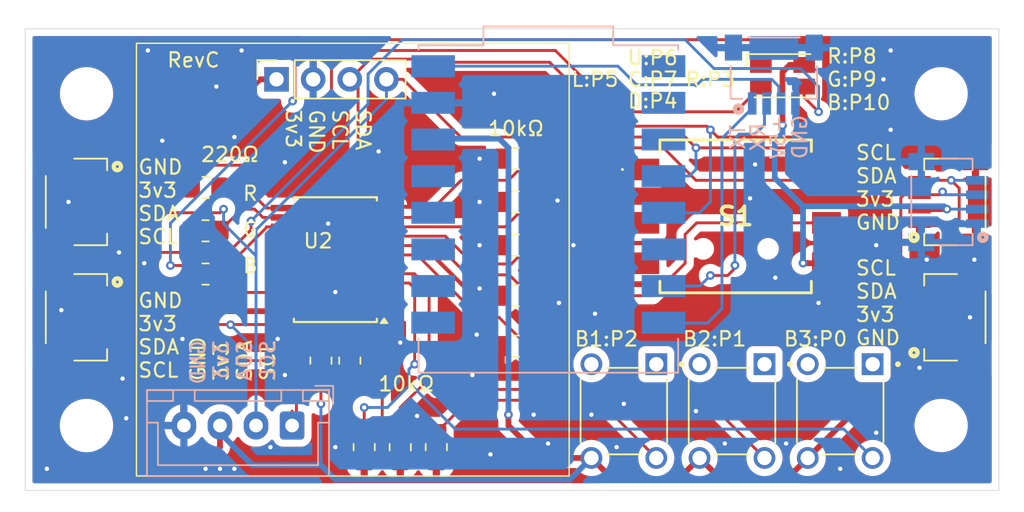
<source format=kicad_pcb>
(kicad_pcb (version 20240108) (generator "pcbnew") (generator_version "8.0")
  (layers (0 "F.Cu" signal) (31 "B.Cu" signal) (34 "B.Paste" user) (35 "F.Paste" user) (36 "B.SilkS" user "B.Silkscreen") (37 "F.SilkS" user "F.Silkscreen") (38 "B.Mask" user) (39 "F.Mask" user) (44 "Edge.Cuts" user))
  (net 0 "")
  (net 1 "GND")
  (net 2 "+3V3")
  (net 3 "/BU")
  (net 4 "/BD")
  (net 5 "/BL")
  (net 6 "/BC")
  (net 7 "/BR")
  (net 8 "/SCL")
  (net 9 "/SDA")
  (net 19 "/G")
  (net 20 "/R")
  (net 21 "/B")
  (net 22 "/B2")
  (net 23 "/B3")
  (net 24 "/B1")
  (net 31 "Net-(D1-GK)")
  (net 32 "Net-(D1-RK)")
  (net 33 "Net-(D1-A)")
  (net 34 "/RX")
  (net 35 "/+5V")
  (net 36 "/TX")
  (footprint "Resistor_SMD:R_0805_2012Metric_Pad1.20x1.40mm_HandSolder" (layer "F.Cu") (at 70.5 73 90)
    (property "Reference" "R13" (hide yes))
    (property "Value" "R_US" (hide yes))
  )
  (footprint "MountingHole:MountingHole_3.2mm_M3" (layer "F.Cu") (at 113.5 77.5)
    (property "Reference" "H4" (hide yes))
    (property "Value" "MountingHole" (hide yes))
  )
  (footprint "Resistor_SMD:R_0805_2012Metric_Pad1.20x1.40mm_HandSolder" (layer "F.Cu") (at 62.5 67)
    (property "Reference" "R11" (hide yes))
    (property "Value" "R_US" (hide yes))
  )
  (footprint "SM04B-SRSS-TB_LF__SN_:JST_SM04B-SRSS-TB_LF__SN_" (layer "F.Cu") (at 112 62 90)
    (property "Reference" "J3" (hide yes))
    (property "Value" "SM04B-SRSS-TB_LF__SN_" (hide yes))
  )
  (footprint "Resistor_SMD:R_0805_2012Metric_Pad1.20x1.40mm_HandSolder" (layer "F.Cu") (at 62.5 61)
    (property "Reference" "R9" (hide yes))
    (property "Value" "R_US" (hide yes))
  )
  (footprint "TS02-66-95-BK-260-LCR-D:SW_TS02-66-95-BK-260-LCR-D" (layer "F.Cu") (at 91.5 76.5 -90)
    (property "Reference" "B1" (hide yes))
    (property "Value" "TS02-66-95-BK-260-LCR-D" (hide yes))
  )
  (footprint "Resistor_SMD:R_0805_2012Metric_Pad1.20x1.40mm_HandSolder" (layer "F.Cu") (at 78.5 79 -90)
    (property "Reference" "R1" (hide yes))
    (property "Value" "R_US" (hide yes))
  )
  (footprint "Resistor_SMD:R_0805_2012Metric_Pad1.20x1.40mm_HandSolder" (layer "F.Cu") (at 72.5 73 90)
    (property "Reference" "R12" (hide yes))
    (property "Value" "R_US" (hide yes))
  )
  (footprint "LED_SMD:LED_Avago_PLCC4_3.2x2.8mm_CW" (layer "F.Cu") (at 102.5 53.25)
    (property "Reference" "D1" (hide yes))
    (property "Value" "ASMB-MTB0-0A3A2" (hide yes))
  )
  (footprint "Package_SO:SSOP-24_5.3x8.2mm_P0.65mm" (layer "F.Cu") (at 71.5 66 180)
    (property "Reference" "U2")
    (property "Value" "PCF8575DBR")
  )
  (footprint "Resistor_SMD:R_0805_2012Metric_Pad1.20x1.40mm_HandSolder" (layer "F.Cu") (at 73.5 79 -90)
    (property "Reference" "R8" (hide yes))
    (property "Value" "R_US" (hide yes))
  )
  (footprint "TS02-66-95-BK-260-LCR-D:SW_TS02-66-95-BK-260-LCR-D" (layer "F.Cu") (at 99 76.5 -90)
    (property "Reference" "B2" (hide yes))
    (property "Value" "TS02-66-95-BK-260-LCR-D" (hide yes))
  )
  (footprint "Resistor_SMD:R_0805_2012Metric_Pad1.20x1.40mm_HandSolder" (layer "F.Cu") (at 76 79 90)
    (property "Reference" "R7" (hide yes))
    (property "Value" "R_US" (hide yes))
  )
  (footprint "Resistor_SMD:R_0805_2012Metric_Pad1.20x1.40mm_HandSolder" (layer "F.Cu") (at 84 65)
    (property "Reference" "R3" (hide yes))
    (property "Value" "R_US" (hide yes))
  )
  (footprint "Resistor_SMD:R_0805_2012Metric_Pad1.20x1.40mm_HandSolder" (layer "F.Cu") (at 84 68.5)
    (property "Reference" "R4" (hide yes))
    (property "Value" "R_US" (hide yes))
  )
  (footprint "SM04B-SRSS-TB_LF__SN_:JST_SM04B-SRSS-TB_LF__SN_" (layer "F.Cu") (at 56 70 -90)
    (property "Reference" "J8" (hide yes))
    (property "Value" "SM04B-SRSS-TB_LF__SN_" (hide yes))
  )
  (footprint "Personal Kicad Library:MUAS90R" (layer "F.Cu") (at 99.25 63)
    (property "Reference" "S1")
    (property "Value" "MU-AS90R" (hide yes))
  )
  (footprint "MountingHole:MountingHole_3.2mm_M3" (layer "F.Cu") (at 113.5 54.5)
    (property "Reference" "H2" (hide yes))
    (property "Value" "MountingHole" (hide yes))
  )
  (footprint "SM04B-SRSS-TB_LF__SN_:JST_SM04B-SRSS-TB_LF__SN_" (layer "F.Cu") (at 112 70 90)
    (property "Reference" "J4" (hide yes))
    (property "Value" "SM04B-SRSS-TB_LF__SN_" (hide yes))
  )
  (footprint "Connector_PinSocket_2.54mm:PinSocket_1x04_P2.54mm_Vertical" (layer "F.Cu") (at 67.42 53.5 90)
    (property "Reference" "J7" (hide yes))
    (property "Value" "Conn_01x04_Pin" (hide yes))
  )
  (footprint "Resistor_SMD:R_0805_2012Metric_Pad1.20x1.40mm_HandSolder" (layer "F.Cu") (at 84 72 180)
    (property "Reference" "R6" (hide yes))
    (property "Value" "R_US" (hide yes))
  )
  (footprint "Resistor_SMD:R_0805_2012Metric_Pad1.20x1.40mm_HandSolder" (layer "F.Cu") (at 62.5 64)
    (property "Reference" "R10" (hide yes))
    (property "Value" "R_US" (hide yes))
  )
  (footprint "MountingHole:MountingHole_3.2mm_M3" (layer "F.Cu") (at 54.25 54.5)
    (property "Reference" "H1" (hide yes))
    (property "Value" "MountingHole" (hide yes))
  )
  (footprint "Resistor_SMD:R_0805_2012Metric_Pad1.20x1.40mm_HandSolder" (layer "F.Cu") (at 84 62)
    (property "Reference" "R2" (hide yes))
    (property "Value" "R_US" (hide yes))
  )
  (footprint "TS02-66-95-BK-260-LCR-D:SW_TS02-66-95-BK-260-LCR-D" (layer "F.Cu") (at 106.5 76.5 -90)
    (property "Reference" "B3" (hide yes))
    (property "Value" "TS02-66-95-BK-260-LCR-D" (hide yes))
  )
  (footprint "SM04B-SRSS-TB_LF__SN_:JST_SM04B-SRSS-TB_LF__SN_" (layer "F.Cu") (at 56 62 -90)
    (property "Reference" "J1" (hide yes))
    (property "Value" "SM04B-SRSS-TB_LF__SN_" (hide yes))
  )
  (footprint "MountingHole:MountingHole_3.2mm_M3" (layer "F.Cu") (at 54.25 77.5)
    (property "Reference" "H3" (hide yes))
    (property "Value" "MountingHole" (hide yes))
  )
  (footprint "Resistor_SMD:R_0805_2012Metric_Pad1.20x1.40mm_HandSolder" (layer "F.Cu") (at 84 59 180)
    (property "Reference" "R5" (hide yes))
    (property "Value" "R_US" (hide yes))
  )
  (footprint "Connector_JST:JST_XH_B4B-XH-A_1x04_P2.50mm_Vertical" (layer "B.Cu") (at 68.5 77.5 180)
    (property "Reference" "J2" (hide yes))
    (property "Value" "Conn_01x04_Pin" (hide yes))
  )
  (footprint "ESP32-C3_SUPERMINI_SMD:MODULE_ESP32-C3_SUPERMINI" (layer "B.Cu") (at 86.265 62.49 180)
    (property "Reference" "U3" (hide yes))
    (property "Value" "ESP32-C3_SUPERMINI_SMD" (hide yes))
  )
  (footprint "SM04B-SRSS-TB_LF__SN_:JST_SM04B-SRSS-TB_LF__SN_" (layer "B.Cu") (at 101.9 55.175)
    (property "Reference" "J6" (hide yes))
    (property "Value" "SM04B-SRSS-TB_LF__SN_" (hide yes))
  )
  (footprint "SM04B-SRSS-TB_LF__SN_:JST_SM04B-SRSS-TB_LF__SN_" (layer "B.Cu") (at 116 62 90)
    (property "Reference" "J5" (hide yes))
    (property "Value" "SM04B-SRSS-TB_LF__SN_" (hide yes))
  )
  (gr_rect (start 57.71 51) (end 87.71 81) (stroke (width 0.1)) (fill none) (layer "F.SilkS"))
  (gr_rect (start 50 50) (end 117.5 82) (stroke (width 0.05)) (fill none) (layer "Edge.Cuts"))
  (gr_text "GND" (at 103.7 57.5 90) (layer "B.SilkS") (effects (font (size 1 1)) (justify mirror)))
  (gr_text "RX" (at 100.8 57.5 90) (layer "B.SilkS") (effects (font (size 1 1)) (justify mirror)))
  (gr_text "+5V" (at 102.2 57.5 90) (layer "B.SilkS") (effects (font (size 1 1)) (justify mirror)))
  (gr_text "GND\n3v3\nSDA\nSCL\n\n" (at 69 71.5 90) (layer "B.SilkS") (effects (font (size 1 1)) (justify left bottom mirror)))
  (gr_text "TX" (at 99.4 57.5 90) (layer "B.SilkS") (effects (font (size 1 1)) (justify mirror)))
  (gr_text "10kΩ" (at 82 57.5 0) (layer "F.SilkS") (effects (font (size 1 1)) (justify left bottom)))
  (gr_text "GND\n3v3\nSDA\nSCL" (at 57.75 65 0) (layer "F.SilkS") (effects (font (size 1 1)) (justify left bottom)))
  (gr_text "B1:P2" (at 88 71.5 0) (layer "F.SilkS") (effects (font (size 1 1)) (justify left)))
  (gr_text "B3:P0" (at 102.5 71.5 0) (layer "F.SilkS") (effects (font (size 1 1)) (justify left)))
  (gr_text "B2:P1" (at 95.5 71.5 0) (layer "F.SilkS") (effects (font (size 1 1)) (justify left)))
  (gr_text "G" (at 65 64.5 0) (layer "F.SilkS") (effects (font (size 1 1)) (justify left bottom)))
  (gr_text "U:P6" (at 93.5 52 0) (layer "F.SilkS") (effects (font (size 1 1))))
  (gr_text "RevC" (at 59.75 52.75 0) (layer "F.SilkS") (effects (font (size 1 1)) (justify left bottom)))
  (gr_text "L:P5" (at 89.5 53.5 0) (layer "F.SilkS") (effects (font (size 1 1))))
  (gr_text "GND\n3v3\nSDA\nSCL" (at 57.75 74.25 0) (layer "F.SilkS") (effects (font (size 1 1)) (justify left bottom)))
  (gr_text "10kΩ" (at 74.4 75.2 0) (layer "F.SilkS") (effects (font (size 1 1)) (justify left bottom)))
  (gr_text "SCL\nSDA\n3v3\nGND" (at 107.5 64 0) (layer "F.SilkS") (effects (font (size 1 1)) (justify left bottom)))
  (gr_text "D:P4" (at 93.5 55 0) (layer "F.SilkS") (effects (font (size 1 1))))
  (gr_text "220Ω" (at 62.1 59.3 0) (layer "F.SilkS") (effects (font (size 1 1)) (justify left bottom)))
  (gr_text "R:P8\nG:P9\nB:P10" (at 105.5 53.5 0) (layer "F.SilkS") (effects (font (size 1 1)) (justify left)))
  (gr_text "R:P3" (at 97.5 53.5 0) (layer "F.SilkS") (effects (font (size 1 1))))
  (gr_text "C:P7" (at 93.5 53.5 0) (layer "F.SilkS") (effects (font (size 1 1))))
  (gr_text "SCL\nSDA\n3v3\nGND" (at 107.5 72 0) (layer "F.SilkS") (effects (font (size 1 1)) (justify left bottom)))
  (gr_text "GND\n3v3\nSDA\nSCL\n\n" (at 69 74.5 90) (layer "F.SilkS") (effects (font (size 1 1)) (justify left bottom)))
  (gr_text "B" (at 65 67 0) (layer "F.SilkS") (effects (font (size 1 1)) (justify left bottom)))
  (gr_text "R" (at 65 62 0) (layer "F.SilkS") (effects (font (size 1 1)) (justify left bottom)))
  (gr_text "SDA\nSCL\nGND\n3v3" (at 68 55.5 270) (layer "F.SilkS") (effects (font (size 1 1)) (justify left bottom)))
  (segment (start 115.875 67.2) (end 115.875 66.075) (width 0.2) (layer "F.Cu") (net 1))
  (segment (start 82 68.5) (end 81.5 68) (width 0.2) (layer "F.Cu") (net 1))
  (segment (start 115.875 64.8) (end 115.875 65.925) (width 0.2) (layer "F.Cu") (net 1))
  (segment (start 83 68.5) (end 82 68.5) (width 0.2) (layer "F.Cu") (net 1))
  (segment (start 115.875 65.925) (end 115.8 66) (width 0.2) (layer "F.Cu") (net 1))
  (segment (start 115.875 66.075) (end 115.8 66) (width 0.2) (layer "F.Cu") (net 1))
  (via (at 110 51.5) (size 0.6) (drill 0.3) (layers "F.Cu" "B.Cu") (net 1))
  (via (at 58.25 66.25) (size 0.6) (drill 0.3) (layers "F.Cu" "B.Cu") (net 1))
  (via (at 109.5 53.5) (size 0.6) (drill 0.3) (layers "F.Cu" "B.Cu") (net 1))
  (via (at 58.5 51.5) (size 0.6) (drill 0.3) (layers "F.Cu" "B.Cu") (net 1))
  (via (at 98.5 78.75) (size 0.6) (drill 0.3) (layers "F.Cu" "B.Cu") (net 1))
  (via (at 68 59.25) (size 0.6) (drill 0.3) (layers "F.Cu" "B.Cu") (net 1))
  (via (at 109 65) (size 0.6) (drill 0.3) (layers "F.Cu" "B.Cu") (net 1))
  (via (at 81.5 59) (size 0.6) (drill 0.3) (layers "F.Cu" "B.Cu") (net 1))
  (via (at 110 57) (size 0.6) (drill 0.3) (layers "F.Cu" "B.Cu") (net 1))
  (via (at 64.5 57.5) (size 0.6) (drill 0.3) (layers "F.Cu" "B.Cu") (net 1))
  (via (at 60.9 71.5) (size 0.6) (drill 0.3) (layers "F.Cu" "B.Cu") (net 1))
  (via (at 81.5 62) (size 0.6) (drill 0.3) (layers "F.Cu" "B.Cu") (net 1))
  (via (at 89.5 69.75) (size 0.6) (drill 0.3) (layers "F.Cu" "B.Cu") (net 1))
  (via (at 52.5 69.5) (size 0.6) (drill 0.3) (layers "F.Cu" "B.Cu") (net 1))
  (via (at 115.5 70) (size 0.6) (drill 0.3) (layers "F.Cu" "B.Cu") (net 1))
  (via (at 63.25 54) (size 0.6) (drill 0.3) (layers "F.Cu" "B.Cu") (net 1))
  (via (at 86.9 61.9) (size 0.6) (drill 0.3) (layers "F.Cu" "B.Cu") (net 1))
  (via (at 102 67.25) (size 0.6) (drill 0.3) (layers "F.Cu" "B.Cu") (net 1))
  (via (at 67.5 71.5) (size 0.6) (drill 0.3) (layers "F.Cu" "B.Cu") (net 1))
  (via (at 81.5 68) (size 0.6) (drill 0.3) (layers "F.Cu" "B.Cu") (net 1))
  (via (at 71.5 68.25) (size 0.6) (drill 0.3) (layers "F.Cu" "B.Cu") (net 1))
  (via (at 112.5 66) (size 0.6) (drill 0.3) (layers "F.Cu" "B.Cu") (net 1))
  (via (at 82.5 54.5) (size 0.6) (drill 0.3) (layers "F.Cu" "B.Cu") (net 1))
  (via (at 56.5 65.5) (size 0.6) (drill 0.3) (layers "F.Cu" "B.Cu") (net 1))
  (via (at 67 79) (size 0.6) (drill 0.3) (layers "F.Cu" "B.Cu") (net 1))
  (via (at 91 79) (size 0.6) (drill 0.3) (layers "F.Cu" "B.Cu") (net 1))
  (via (at 102.75 78.75) (size 0.6) (drill 0.3) (layers "F.Cu" "B.Cu") (net 1))
  (via (at 91.5 76) (size 0.6) (drill 0.3) (layers "F.Cu" "B.Cu") (net 1))
  (via (at 64.5 80.5) (size 0.6) (drill 0.3) (layers "F.Cu" "B.Cu") (net 1))
  (via (at 89.25 76.75) (size 0.6) (drill 0.3) (layers "F.Cu" "B.Cu") (net 1))
  (via (at 106.5 80.5) (size 0.6) (drill 0.3) (layers "F.Cu" "B.Cu") (net 1))
  (via (at 53 62) (size 0.6) (drill 0.3) (layers "F.Cu" "B.Cu") (net 1))
  (via (at 96.5 76.5) (size 0.6) (drill 0.3) (layers "F.Cu" "B.Cu") (net 1))
  (via (at 81.5 65) (size 0.6) (drill 0.3) (layers "F.Cu" "B.Cu") (net 1))
  (via (at 71.5 79) (size 0.6) (drill 0.3) (layers "F.Cu" "B.Cu") (net 1))
  (via (at 112 73.5) (size 0.6) (drill 0.3) (layers "F.Cu" "B.Cu") (net 1))
  (via (at 85.25 76.75) (size 0.6) (drill 0.3) (layers "F.Cu" "B.Cu") (net 1))
  (via (at 68 74) (size 0.6) (drill 0.3) (layers "F.Cu" "B.Cu") (net 1))
  (via (at 86.25 78.75) (size 0.6) (drill 0.3) (layers "F.Cu" "B.Cu") (net 1))
  (via (at 82.25 79.5) (size 0.6) (drill 0.3) (layers "F.Cu" "B.Cu") (net 1))
  (via (at 76 71.75) (size 0.6) (drill 0.3) (layers "F.Cu" "B.Cu") (net 1))
  (via (at 100.25 61.75) (size 0.6) (drill 0.3) (layers "F.Cu" "B.Cu") (net 1))
  (via (at 57 77) (size 0.6) (drill 0.3) (layers "F.Cu" "B.Cu") (net 1))
  (via (at 100.6 59.4) (size 0.6) (drill 0.3) (layers "F.Cu" "B.Cu") (net 1))
  (via (at 115.8 66) (size 0.6) (drill 0.3) (layers "F.Cu" "B.Cu") (net 1))
  (via (at 74.5 58.5) (size 0.6) (drill 0.3) (layers "F.Cu" "B.Cu") (net 1))
  (via (at 81 74) (size 0.6) (drill 0.3) (layers "F.Cu" "B.Cu") (net 1))
  (via (at 87 69) (size 0.6) (drill 0.3) (layers "F.Cu" "B.Cu") (net 1))
  (via (at 109 78) (size 0.6) (drill 0.3) (layers "F.Cu" "B.Cu") (net 1))
  (via (at 62.5 80.5) (size 0.6) (drill 0.3) (layers "F.Cu" "B.Cu") (net 1))
  (via (at 56.75 74.25) (size 0.6) (drill 0.3) (layers "F.Cu" "B.Cu") (net 1))
  (via (at 71 63.5) (size 0.6) (drill 0.3) (layers "F.Cu" "B.Cu") (net 1))
  (via (at 105 69) (size 0.6) (drill 0.3) (layers "F.Cu" "B.Cu") (net 1))
  (via (at 81.3 71.2) (size 0.6) (drill 0.3) (layers "F.Cu" "B.Cu") (net 1))
  (via (at 63.5 80.5) (size 0.6) (drill 0.3) (layers "F.Cu" "B.Cu") (net 1))
  (via (at 51.5 80.5) (size 0.6) (drill 0.3) (layers "F.Cu" "B.Cu") (net 1))
  (via (at 59.5 57.75) (size 0.6) (drill 0.3) (layers "F.Cu" "B.Cu") (net 1))
  (via (at 88 65) (size 0.6) (drill 0.3) (layers "F.Cu" "B.Cu") (net 1))
  (via (at 65 51.5) (size 0.6) (drill 0.3) (layers "F.Cu" "B.Cu") (net 1))
  (via (at 77.164789 76.838291) (size 0.6) (drill 0.3) (layers "F.Cu" "B.Cu") (net 1))
  (segment (start 116 63.5) (end 116 64.7) (width 0.2) (layer "B.Cu") (net 1))
  (segment (start 116 64.7) (end 115.9 64.8) (width 0.2) (layer "B.Cu") (net 1))
  (segment (start 85.75 79.75) (end 89.25 79.75) (width 0.4) (layer "F.Cu") (net 2))
  (segment (start 60.6209 79.6593) (end 53.3319 79.6593) (width 0.4) (layer "F.Cu") (net 2))
  (segment (start 105.55 66.25) (end 109.8 70.5) (width 0.4) (layer "F.Cu") (net 2))
  (segment (start 62.8407 79.6593) (end 60.6209 79.6593) (width 0.4) (layer "F.Cu") (net 2))
  (segment (start 107 71) (end 107.5 70.5) (width 0.4) (layer "F.Cu") (net 2))
  (segment (start 102.5 53) (end 103 52.5) (width 0.4) (layer "F.Cu") (net 2))
  (segment (start 63.5 79) (end 62.8407 79.6593) (width 0.4) (layer "F.Cu") (net 2))
  (segment (start 90.75 81.25) (end 89.25 79.75) (width 0.4) (layer "F.Cu") (net 2))
  (segment (start 72.5 74) (end 70.5 74) (width 0.2) (layer "F.Cu") (net 2))
  (segment (start 102.75 81.25) (end 98.25 81.25) (width 0.4) (layer "F.Cu") (net 2))
  (segment (start 53.9186 70.5047) (end 54.9233 69.5) (width 0.4) (layer "F.Cu") (net 2))
  (segment (start 56 69.5) (end 54.9233 69.5) (width 0.4) (layer "F.Cu") (net 2))
  (segment (start 83.5 76.75) (end 83.5 77.5) (width 0.4) (layer "F.Cu") (net 2))
  (segment (start 109.8 70.5) (end 112 70.5) (width 0.4) (layer "F.Cu") (net 2))
  (segment (start 96.75 79.75) (end 95.25 81.25) (width 0.4) (layer "F.Cu") (net 2))
  (segment (start 102.5 56.7) (end 102.5 53) (width 0.4) (layer "F.Cu") (net 2))
  (segment (start 103 52.5) (end 104 52.5) (width 0.4) (layer "F.Cu") (net 2))
  (segment (start 57.575 69.575) (end 67.9 69.575) (width 0.4) (layer "F.Cu") (net 2))
  (segment (start 107 77) (end 107 71) (width 0.4) (layer "F.Cu") (net 2))
  (segment (start 52.0938 75.7961) (end 53.9186 73.9713) (width 0.4) (layer "F.Cu") (net 2))
  (segment (start 53.3319 79.6593) (end 52.0938 78.4212) (width 0.4) (layer "F.Cu") (net 2))
  (segment (start 52.0938 78.4212) (end 52.0938 75.7961) (width 0.4) (layer "F.Cu") (net 2))
  (segment (start 66.2683 53.5) (end 58.2683 61.5) (width 0.4) (layer "F.Cu") (net 2))
  (segment (start 67.42 53.5) (end 66.2683 53.5) (width 0.4) (layer "F.Cu") (net 2))
  (segment (start 53.9186 73.9713) (end 53.9186 70.5047) (width 0.4) (layer "F.Cu") (net 2))
  (segment (start 98.25 81.25) (end 96.75 79.75) (width 0.4) (layer "F.Cu") (net 2))
  (segment (start 57.5 69.5) (end 57.575 69.575) (width 0.4) (layer "F.Cu") (net 2))
  (segment (start 70.5 74) (end 70.5 76) (width 0.2) (layer "F.Cu") (net 2))
  (segment (start 63.5 77.5) (end 63.5 79) (width 0.4) (layer "F.Cu") (net 2))
  (segment (start 104.25 79.75) (end 102.75 81.25) (width 0.4) (layer "F.Cu") (net 2))
  (segment (start 56 69.5) (end 57.5 69.5) (width 0.4) (layer "F.Cu") (net 2))
  (segment (start 103.9236 66.2397) (end 104.238 66.2397) (width 0.4) (layer "F.Cu") (net 2))
  (segment (start 107 77) (end 104.25 79.75) (width 0.4) (layer "F.Cu") (net 2))
  (segment (start 104.238 66.2397) (end 104.2483 66.25) (width 0.4) (layer "F.Cu") (net 2))
  (segment (start 58.2683 61.5) (end 56 61.5) (width 0.4) (layer "F.Cu") (net 2))
  (segment (start 95.25 81.25) (end 90.75 81.25) (width 0.4) (layer "F.Cu") (net 2))
  (segment (start 113.9 62.5) (end 112 62.5) (width 0.4) (layer "F.Cu") (net 2))
  (segment (start 83.5 77.5) (end 85.75 79.75) (width 0.4) (layer "F.Cu") (net 2))
  (segment (start 54.5 61.5) (end 56 61.5) (width 0.4) (layer "F.Cu") (net 2))
  (segment (start 54.5 69.0767) (end 54.5 61.5) (width 0.4) (layer "F.Cu") (net 2))
  (segment (start 107.5 70.5) (end 112 70.5) (width 0.4) (layer "F.Cu") (net 2))
  (segment (start 105.55 66.25) (end 104.2483 66.25) (width 0.4) (layer "F.Cu") (net 2))
  (segment (start 54.9233 69.5) (end 54.5 69.0767) (width 0.4) (layer "F.Cu") (net 2))
  (via (at 103.9236 66.2397) (size 0.6) (drill 0.3) (layers "F.Cu" "B.Cu") (net 2))
  (via (at 83.5 76.75) (size 0.6) (drill 0.3) (layers "F.Cu" "B.Cu") (net 2))
  (via (at 70.5 76) (size 0.6) (drill 0.3) (layers "F.Cu" "B.Cu") (net 2))
  (via (at 113.9 62.5) (size 0.6) (drill 0.3) (layers "F.Cu" "B.Cu") (net 2))
  (via (at 102.5 56.7) (size 0.6) (drill 0.3) (layers "F.Cu" "B.Cu") (net 2))
  (segment (start 82.864284 57.614284) (end 78.75 57.614284) (width 0.4) (layer "B.Cu") (net 2))
  (segment (start 70.5 80.25) (end 71.5 81.25) (width 0.4) (layer "B.Cu") (net 2))
  (segment (start 101.9649 60.3413) (end 103.9236 62.3) (width 0.4) (layer "B.Cu") (net 2))
  (segment (start 103.9236 66.2397) (end 103.9236 62.3) (width 0.4) (layer "B.Cu") (net 2))
  (segment (start 68 80.25) (end 65.75 80.25) (width 0.4) (layer "B.Cu") (net 2))
  (segment (start 113.9 62.5) (end 116 62.5) (width 0.2) (layer "B.Cu") (net 2))
  (segment (start 70.5 76) (end 70.5 80.25) (width 0.2) (layer "B.Cu") (net 2))
  (segment (start 113.9 62.5) (end 113.7 62.3) (width 0.4) (layer "B.Cu") (net 2))
  (segment (start 71.5 81.25) (end 87.75 81.25) (width 0.4) (layer "B.Cu") (net 2))
  (segment (start 102.5 56.7) (end 102.5 57.25) (width 0.4) (layer "B.Cu") (net 2))
  (segment (start 83.5 58.25) (end 82.864284 57.614284) (width 0.4) (layer "B.Cu") (net 2))
  (segment (start 65.75 80.25) (end 63.5 78) (width 0.4) (layer "B.Cu") (net 2))
  (segment (start 83.5 76.75) (end 83.5 58.25) (width 0.4) (layer "B.Cu") (net 2))
  (segment (start 87.75 81.25) (end 89.25 79.75) (width 0.4) (layer "B.Cu") (net 2))
  (segment (start 70.5 80.25) (end 68 80.25) (width 0.4) (layer "B.Cu") (net 2))
  (segment (start 102.5 57.25) (end 101.9649 57.7851) (width 0.4) (layer "B.Cu") (net 2))
  (segment (start 101.9649 57.7851) (end 101.9649 60.3413) (width 0.4) (layer "B.Cu") (net 2))
  (segment (start 113.7 62.3) (end 103.9236 62.3) (width 0.4) (layer "B.Cu") (net 2))
  (segment (start 63.5 78) (end 63.5 77.5) (width 0.4) (layer "B.Cu") (net 2))
  (segment (start 78.75 57.614284) (end 79.864284 57.614284) (width 0.4) (layer "B.Cu") (net 2))
  (segment (start 83.275 63.725) (end 85 62) (width 0.2) (layer "F.Cu") (net 3))
  (segment (start 92.95 59.75) (end 87.25 59.75) (width 0.2) (layer "F.Cu") (net 3))
  (segment (start 75.1 63.725) (end 83.275 63.725) (width 0.2) (layer "F.Cu") (net 3))
  (segment (start 87.25 59.75) (end 85 62) (width 0.2) (layer "F.Cu") (net 3))
  (segment (start 83.7 66.3) (end 85 65) (width 0.2) (layer "F.Cu") (net 4))
  (segment (start 75.1 64.375) (end 79.1284 64.375) (width 0.2) (layer "F.Cu") (net 4))
  (segment (start 81.0534 66.3) (end 83.7 66.3) (width 0.2) (layer "F.Cu") (net 4))
  (segment (start 92.95 63.45) (end 86.55 63.45) (width 0.2) (layer "F.Cu") (net 4))
  (segment (start 86.55 63.45) (end 85 65) (width 0.2) (layer "F.Cu") (net 4))
  (segment (start 79.1284 64.375) (end 81.0534 66.3) (width 0.2) (layer "F.Cu") (net 4))
  (segment (start 75.1 65.025) (end 78.6228 65.025) (width 0.2) (layer "F.Cu") (net 5))
  (segment (start 92.95 66.25) (end 87.25 66.25) (width 0.2) (layer "F.Cu") (net 5))
  (segment (start 80.6524 67.0546) (end 83.5546 67.0546) (width 0.2) (layer "F.Cu") (net 5))
  (segment (start 78.6228 65.025) (end 80.6524 67.0546) (width 0.2) (layer "F.Cu") (net 5))
  (segment (start 87.25 66.25) (end 85 68.5) (width 0.2) (layer "F.Cu") (net 5))
  (segment (start 83.5546 67.0546) (end 85 68.5) (width 0.2) (layer "F.Cu") (net 5))
  (segment (start 94.25 58.25) (end 85.75 58.25) (width 0.2) (layer "F.Cu") (net 6))
  (segment (start 85 59) (end 83.5 60.5) (width 0.2) (layer "F.Cu") (net 6))
  (segment (start 77.645 63.075) (end 75.1 63.075) (width 0.2) (layer "F.Cu") (net 6))
  (segment (start 85.75 58.25) (end 85 59) (width 0.2) (layer "F.Cu") (net 6))
  (segment (start 83.5 60.5) (end 80.22 60.5) (width 0.2) (layer "F.Cu") (net 6))
  (segment (start 105.55 59.75) (end 104.8 60.5) (width 0.2) (layer "F.Cu") (net 6))
  (segment (start 80.22 60.5) (end 77.645 63.075) (width 0.2) (layer "F.Cu") (net 6))
  (segment (start 96.5 60.5) (end 94.25 58.25) (width 0.2) (layer "F.Cu") (net 6))
  (segment (start 104.8 60.5) (end 96.5 60.5) (width 0.2) (layer "F.Cu") (net 6))
  (segment (start 82.8425 70) (end 81.5 70) (width 0.2) (layer "F.Cu") (net 7))
  (segment (start 95.75 66.25) (end 95.75 64.25) (width 0.2) (layer "F.Cu") (net 7))
  (segment (start 95.75 64.25) (end 96.55 63.45) (width 0.2) (layer "F.Cu") (net 7))
  (segment (start 77.175 65.675) (end 75.1 65.675) (width 0.2) (layer "F.Cu") (net 7))
  (segment (start 89 68.5) (end 93.5 68.5) (width 0.2) (layer "F.Cu") (net 7))
  (segment (start 96.55 63.45) (end 105.55 63.45) (width 0.2) (layer "F.Cu") (net 7))
  (segment (start 81.5 70) (end 77.175 65.675) (width 0.2) (layer "F.Cu") (net 7))
  (segment (start 85.5 72) (end 89 68.5) (width 0.2) (layer "F.Cu") (net 7))
  (segment (start 93.5 68.5) (end 95.75 66.25) (width 0.2) (layer "F.Cu") (net 7))
  (segment (start 84.8425 72) (end 82.8425 70) (width 0.2) (layer "F.Cu") (net 7))
  (segment (start 85 72) (end 84.8425 72) (width 0.2) (layer "F.Cu") (net 7))
  (segment (start 85 72) (end 85.5 72) (width 0.2) (layer "F.Cu") (net 7))
  (segment (start 97.5 57) (end 98 57.5) (width 0.2) (layer "F.Cu") (net 8))
  (segment (start 114 64) (end 114 66.5) (width 0.2) (layer "F.Cu") (net 8))
  (segment (start 73.0759 64.2758) (end 69.0767 68.275) (width 0.2) (layer "F.Cu") (net 8))
  (segment (start 114.75 61.05) (end 114.75 63.25) (width 0.2) (layer "F.Cu") (net 8))
  (segment (start 72.5 72) (end 72.5 71.6983) (width 0.2) (layer "F.Cu") (net 8))
  (segment (start 59.0767 65.5) (end 57.0767 63.5) (width 0.2) (layer "F.Cu") (net 8))
  (segment (start 110.9233 60.5) (end 112 60.5) (width 0.2) (layer "F.Cu") (net 8))
  (segment (start 114.2 60.5) (end 112 60.5) (width 0.2) (layer "F.Cu") (net 8))
  (segment (start 57.5 73) (end 56 71.5) (width 0.2) (layer "F.Cu") (net 8))
  (segment (start 114.2 60.5) (end 114.75 61.05) (width 0.2) (layer "F.Cu") (net 8))
  (segment (start 67.9 68.275) (end 69.0767 68.275) (width 0.2) (layer "F.Cu") (net 8))
  (segment (start 62.5 65.75) (end 62.25 65.5) (width 0.2) (layer "F.Cu") (net 8))
  (segment (start 114 66.5) (end 112 68.5) (width 0.2) (layer "F.Cu") (net 8))
  (segment (start 72.5 72) (end 71.5 73) (width 0.2) (layer "F.Cu") (net 8))
  (segment (start 67.9 68.275) (end 62.775 68.275) (width 0.2) (layer "F.Cu") (net 8))
  (segment (start 62.5 68) (end 62.5 65.75) (width 0.2) (layer "F.Cu") (net 8))
  (segment (start 62.25 65.5) (end 59.0767 65.5) (width 0.2) (layer "F.Cu") (net 8))
  (segment (start 71.5 73) (end 68 73) (width 0.2) (layer "F.Cu") (net 8))
  (segment (start 97.25 56.75) (end 90.7871 56.75) (width 0.2) (layer "F.Cu") (net 8))
  (segment (start 68.131371 73) (end 68 73) (width 0.2) (layer "F.Cu") (net 8))
  (segment (start 68.5 77.5) (end 68.5 76.5) (width 0.2) (layer "F.Cu") (net 8))
  (segment (start 68.8 77.2) (end 68.8 73.668629) (width 0.2) (layer "F.Cu") (net 8))
  (segment (start 97.5 57) (end 97.25 56.75) (width 0.2) (layer "F.Cu") (net 8))
  (segment (start 69.0767 68.275) (end 69.485 68.6833) (width 0.2) (layer "F.Cu") (net 8))
  (segment (start 107.9233 57.5) (end 110.9233 60.5) (width 0.2) (layer "F.Cu") (net 8))
  (segment (start 73.9 52.1) (end 72.5 53.5) (width 0.2) (layer "F.Cu") (net 8))
  (segment (start 90.7871 56.75) (end 86.3548 52.3177) (width 0.2) (layer "F.Cu") (net 8))
  (segment (start 98 57.5) (end 107.9233 57.5) (width 0.2) (layer "F.Cu") (net 8))
  (segment (start 62.775 68.275) (end 62.5 68) (width 0.2) (layer "F.Cu") (net 8))
  (segment (start 77.8177 52.3177) (end 77.6 52.1) (width 0.2) (layer "F.Cu") (net 8))
  (segment (start 72.5 53.5) (end 73.0759 54.0759) (width 0.2) (layer "F.Cu") (net 8))
  (segment (start 114.75 63.25) (end 114 64) (width 0.2) (layer "F.Cu") (net 8))
  (segment (start 68.5 77.5) (end 68.8 77.2) (width 0.2) (layer "F.Cu") (net 8))
  (segment (start 68.8 73.668629) (end 68.131371 73) (width 0.2) (layer "F.Cu") (net 8))
  (segment (start 72.5 71.6983) (end 69.485 68.6833) (width 0.2) (layer "F.Cu") (net 8))
  (segment (start 86.3548 52.3177) (end 77.8177 52.3177) (width 0.2) (layer "F.Cu") (net 8))
  (segment (start 57.0767 63.5) (end 56 63.5) (width 0.2) (layer "F.Cu") (net 8))
  (segment (start 77.6 52.1) (end 73.9 52.1) (width 0.2) (layer "F.Cu") (net 8))
  (segment (start 73.0759 54.0759) (end 73.0759 64.2758) (width 0.2) (layer "F.Cu") (net 8))
  (segment (start 68 73) (end 57.5 73) (width 0.2) (layer "F.Cu") (net 8))
  (via (at 114.2 60.5) (size 0.6) (drill 0.3) (layers "F.Cu" "B.Cu") (net 8))
  (via (at 97.5 57) (size 0.6) (drill 0.3) (layers "F.Cu" "B.Cu") (net 8))
  (segment (start 97.5 57) (end 97.5 62) (width 0.2) (layer "B.Cu") (net 8))
  (segment (start 96.75 62.75) (end 94.25 62.75) (width 0.2) (layer "B.Cu") (net 8))
  (segment (start 116 60.5) (end 114.2 60.5) (width 0.2) (layer "B.Cu") (net 8))
  (segment (start 97.5 62) (end 96.75 62.75) (width 0.2) (layer "B.Cu") (net 8))
  (segment (start 70.5 70.45) (end 70.5 72) (width 0.2) (layer "F.Cu") (net 9))
  (segment (start 95.75 57.5) (end 80.1917 57.5) (width 0.2) (layer "F.Cu") (net 9))
  (segment (start 57.3267 62.75) (end 57.0767 62.5) (width 0.2) (layer "F.Cu") (net 9))
  (segment (start 80.1917 57.5) (end 76.1917 53.5) (width 0.2) (layer "F.Cu") (net 9))
  (segment (start 113.4 61.5) (end 113.6 61.3) (width 0.2) (layer "F.Cu") (net 9))
  (segment (start 68.975 68.925) (end 70.5 70.45) (width 0.2) (layer "F.Cu") (net 9))
  (segment (start 57.0767 62.5) (end 56 62.5) (width 0.2) (layer "F.Cu") (net 9))
  (segment (start 110.7 69.5) (end 112 69.5) (width 0.2) (layer "F.Cu") (net 9))
  (segment (start 96.5 58.25) (end 107.6733 58.25) (width 0.2) (layer "F.Cu") (net 9))
  (segment (start 67.9 68.925) (end 68.975 68.925) (width 0.2) (layer "F.Cu") (net 9))
  (segment (start 96.5 58.25) (end 95.75 57.5) (width 0.2) (layer "F.Cu") (net 9))
  (segment (start 69 70.5) (end 70.5 72) (width 0.2) (layer "F.Cu") (net 9))
  (segment (start 76.1917 53.5) (end 75.04 53.5) (width 0.2) (layer "F.Cu") (net 9))
  (segment (start 110.9233 61.5) (end 112 61.5) (width 0.2) (layer "F.Cu") (net 9))
  (segment (start 63.5 62.75) (end 57.3267 62.75) (width 0.2) (layer "F.Cu") (net 9))
  (segment (start 63.75 62.5) (end 63.5 62.75) (width 0.2) (layer "F.Cu") (net 9))
  (segment (start 110.9233 61.5) (end 110.7 61.7233) (width 0.2) (layer "F.Cu") (net 9))
  (segment (start 56 70.5) (end 69 70.5) (width 0.2) (layer "F.Cu") (net 9))
  (segment (start 110.7 61.7233) (end 110.7 69.5) (width 0.2) (layer "F.Cu") (net 9))
  (segment (start 66 77.5) (end 66 76) (width 0.2) (layer "F.Cu") (net 9))
  (segment (start 107.6733 58.25) (end 110.9233 61.5) (width 0.2) (layer "F.Cu") (net 9))
  (segment (start 112 61.5) (end 113.4 61.5) (width 0.2) (layer "F.Cu") (net 9))
  (via (at 63.75 62.5) (size 0.6) (drill 0.3) (layers "F.Cu" "B.Cu") (net 9))
  (via (at 113.6 61.3) (size 0.6) (drill 0.3) (layers "F.Cu" "B.Cu") (net 9))
  (via (at 64.233206 70.512459) (size 0.6) (drill 0.3) (layers "F.Cu" "B.Cu") (net 9))
  (via (at 96.5 58.25) (size 0.6) (drill 0.3) (layers "F.Cu" "B.Cu") (net 9))
  (segment (start 66 77.5) (end 66 63.928) (width 0.2) (layer "B.Cu") (net 9))
  (segment (start 66 77.5) (end 66 72.279253) (width 0.2) (layer "B.Cu") (net 9))
  (segment (start 116 61.5) (end 113.8 61.5) (width 0.2) (layer "B.Cu") (net 9))
  (segment (start 63.75 63.5) (end 66 65.75) (width 0.2) (layer "B.Cu") (net 9))
  (segment (start 66 63.928) (end 75.04 54.888) (width 0.2) (layer "B.Cu") (net 9))
  (segment (start 94.25 60.21) (end 95.54 60.21) (width 0.4) (layer "B.Cu") (net 9))
  (segment (start 66 65.75) (end 66 63.928) (width 0.2) (layer "B.Cu") (net 9))
  (segment (start 75.04 53.5) (end 75.04 54.6517) (width 0.2) (layer "B.Cu") (net 9))
  (segment (start 75.04 54.888) (end 75.04 54.6517) (width 0.2) (layer "B.Cu") (net 9))
  (segment (start 96.04 60.21) (end 96.5 59.75) (width 0.2) (layer "B.Cu") (net 9))
  (segment (start 94.25 60.21) (end 96.04 60.21) (width 0.2) (layer "B.Cu") (net 9))
  (segment (start 66 72.279253) (end 64.233206 70.512459) (width 0.2) (layer "B.Cu") (net 9))
  (segment (start 63.75 62.5) (end 63.75 63.5) (width 0.2) (layer "B.Cu") (net 9))
  (segment (start 96.5 59.75) (end 96.5 58.25) (width 0.2) (layer "B.Cu") (net 9))
  (segment (start 113.8 61.5) (end 113.6 61.3) (width 0.2) (layer "B.Cu") (net 9))
  (segment (start 64 63.5) (end 64 64) (width 0.2) (layer "F.Cu") (net 19))
  (segment (start 65 62.5) (end 64 63.5) (width 0.2) (layer "F.Cu") (net 19))
  (segment (start 65.9023 62.5) (end 65 62.5) (width 0.2) (layer "F.Cu") (net 19))
  (segment (start 66.4773 63.075) (end 65.9023 62.5) (width 0.2) (layer "F.Cu") (net 19))
  (segment (start 67.9 63.075) (end 66.4773 63.075) (width 0.2) (layer "F.Cu") (net 19))
  (segment (start 65.7983 61.5) (end 64 61.5) (width 0.2) (layer "F.Cu") (net 20))
  (segment (start 67.9 62.425) (end 66.7233 62.425) (width 0.2) (layer "F.Cu") (net 20))
  (segment (start 66.7233 62.425) (end 65.7983 61.5) (width 0.2) (layer "F.Cu") (net 20))
  (segment (start 67.9 63.725) (end 66.7233 63.725) (width 0.2) (layer "F.Cu") (net 21))
  (segment (start 66.7233 63.7767) (end 66.7233 63.725) (width 0.2) (layer "F.Cu") (net 21))
  (segment (start 64 66.5) (end 66.7233 63.7767) (width 0.2) (layer "F.Cu") (net 21))
  (segment (start 78 68) (end 76.975 66.975) (width 0.2) (layer "F.Cu") (net 22))
  (segment (start 76.975 66.975) (end 75.1 66.975) (width 0.2) (layer "F.Cu") (net 22))
  (segment (start 78.5 75) (end 78 74.5) (width 0.2) (layer "F.Cu") (net 22))
  (segment (start 96.5 75) (end 78.5 75) (width 0.2) (layer "F.Cu") (net 22))
  (segment (start 78 74.5) (end 78 68) (width 0.2) (layer "F.Cu") (net 22))
  (segment (start 77.75 74.5) (end 76 76.25) (width 0.2) (layer "F.Cu") (net 22))
  (segment (start 76 76.25) (end 76 78) (width 0.2) (layer "F.Cu") (net 22))
  (segment (start 101.25 79.75) (end 96.5 75) (width 0.2) (layer "F.Cu") (net 22))
  (segment (start 78 74.5) (end 77.75 74.5) (width 0.2) (layer "F.Cu") (net 22))
  (segment (start 76.625 67.625) (end 77 68) (width 0.2) (layer "F.Cu") (net 23))
  (segment (start 77 68) (end 77 73.25) (width 0.2) (layer "F.Cu") (net 23))
  (segment (start 75.1 67.625) (end 76.625 67.625) (width 0.2) (layer "F.Cu") (net 23))
  (segment (start 73.5 76.25) (end 73.5 78) (width 0.2) (layer "F.Cu") (net 23))
  (via (at 73.5 76.25) (size 0.6) (drill 0.3) (layers "F.Cu" "B.Cu") (net 23))
  (via (at 77 73.25) (size 0.6) (drill 0.3) (layers "F.Cu" "B.Cu") (net 23))
  (segment (start 76.9518 73.25) (end 77 73.25) (width 0.2) (layer "B.Cu") (net 23))
  (segment (start 76.7104 74.6483) (end 79.8121 77.75) (width 0.2) (layer "B.Cu") (net 23))
  (segment (start 77 73.25) (end 77 73.2018) (width 0.2) (layer "B.Cu") (net 23))
  (segment (start 76.6009 73.6009) (end 76.6009 74.5388) (width 0.2) (layer "B.Cu") (net 23))
  (segment (start 106.75 77.75) (end 108.75 79.75) (width 0.2) (layer "B.Cu") (net 23))
  (segment (start 76.7104 74.6483) (end 75.1087 76.25) (width 0.2) (layer "B.Cu") (net 23))
  (segment (start 76.6009 73.6009) (end 76.9518 73.25) (width 0.2) (layer "B.Cu") (net 23))
  (segment (start 79.8121 77.75) (end 106.75 77.75) (width 0.2) (layer "B.Cu") (net 23))
  (segment (start 77 73.2018) (end 77 73.2018) (width 0.2) (layer "B.Cu") (net 23))
  (segment (start 75.1087 76.25) (end 73.5 76.25) (width 0.2) (layer "B.Cu") (net 23))
  (segment (start 76.6009 74.5388) (end 76.7104 74.6483) (width 0.2) (layer "B.Cu") (net 23))
  (segment (start 73.675 66.325) (end 75.1 66.325) (width 0.2) (layer "F.Cu") (net 24))
  (segment (start 80.75 75.75) (end 89.75 75.75) (width 0.2) (layer "F.Cu") (net 24))
  (segment (start 77.5622 78.9378) (end 75.291 78.9378) (width 0.2) (layer "F.Cu") (net 24))
  (segment (start 78.5 78) (end 80.75 75.75) (width 0.2) (layer "F.Cu") (net 24))
  (segment (start 75.291 78.9378) (end 74.75 78.3968) (width 0.2) (layer "F.Cu") (net 24))
  (segment (start 73 69.5253) (end 73 67) (width 0.2) (layer "F.Cu") (net 24))
  (segment (start 74.75 71.2753) (end 73 69.5253) (width 0.2) (layer "F.Cu") (net 24))
  (segment (start 74.75 78.3968) (end 74.75 71.2753) (width 0.2) (layer "F.Cu") (net 24))
  (segment (start 89.75 75.75) (end 93.75 79.75) (width 0.2) (layer "F.Cu") (net 24))
  (segment (start 73 67) (end 73.675 66.325) (width 0.2) (layer "F.Cu") (net 24))
  (segment (start 78.5 78) (end 77.5622 78.9378) (width 0.2) (layer "F.Cu") (net 24))
  (segment (start 65.6531 63.3263) (end 65.6531 63.9284) (width 0.2) (layer "F.Cu") (net 31))
  (segment (start 104 54.75) (end 104 54) (width 0.2) (layer "F.Cu") (net 31))
  (segment (start 105 55.75) (end 104 54.75) (width 0.2) (layer "F.Cu") (net 31))
  (segment (start 62 64.25) (end 62 64) (width 0.2) (layer "F.Cu") (net 31))
  (segment (start 65.6531 63.9284) (end 64.3315 65.25) (width 0.2) (layer "F.Cu") (net 31))
  (segment (start 63 65.25) (end 62 64.25) (width 0.2) (layer "F.Cu") (net 31))
  (segment (start 64.3315 65.25) (end 63 65.25) (width 0.2) (layer "F.Cu") (net 31))
  (via (at 65.6531 63.3263) (size 0.6) (drill 0.3) (layers "F.Cu" "B.Cu") (net 31))
  (via (at 105 55.75) (size 0.6) (drill 0.3) (layers "F.Cu" "B.Cu") (net 31))
  (segment (start 97.75 52.75) (end 95.75 50.75) (width 0.2) (layer "B.Cu") (net 31))
  (segment (start 73.77 55.2094) (end 65.6531 63.3263) (width 0.2) (layer "B.Cu") (net 31))
  (segment (start 95.75 50.75) (end 76.1491 50.75) (width 0.2) (layer "B.Cu") (net 31))
  (segment (start 76.1491 50.75) (end 73.77 53.1291) (width 0.2) (layer "B.Cu") (net 31))
  (segment (start 73.77 53.1291) (end 73.77 55.2094) (width 0.2) (layer "B.Cu") (net 31))
  (segment (start 103.75 52.75) (end 97.75 52.75) (width 0.2) (layer "B.Cu") (net 31))
  (segment (start 105 54) (end 103.75 52.75) (width 0.2) (layer "B.Cu") (net 31))
  (segment (start 105 55.75) (end 105 54) (width 0.2) (layer "B.Cu") (net 31))
  (segment (start 91 55.75) (end 99.25 55.75) (width 0.2) (layer "F.Cu") (net 32))
  (segment (start 66.0462 59.4538) (end 71.23 54.27) (width 0.2) (layer "F.Cu") (net 32))
  (segment (start 99.25 55.75) (end 101 54) (width 0.2) (layer "F.Cu") (net 32))
  (segment (start 72.5 51.5) (end 86.75 51.5) (width 0.2) (layer "F.Cu") (net 32))
  (segment (start 62 61.5) (end 62 60) (width 0.2) (layer "F.Cu") (net 32))
  (segment (start 71.23 54.27) (end 71.23 52.77) (width 0.2) (layer "F.Cu") (net 32))
  (segment (start 71.23 52.77) (end 72.5 51.5) (width 0.2) (layer "F.Cu") (net 32))
  (segment (start 62.5462 59.4538) (end 66.0462 59.4538) (width 0.2) (layer "F.Cu") (net 32))
  (segment (start 86.75 51.5) (end 91 55.75) (width 0.2) (layer "F.Cu") (net 32))
  (segment (start 62 60) (end 62.5462 59.4538) (width 0.2) (layer "F.Cu") (net 32))
  (segment (start 60.0648 66.4067) (end 61.9067 66.4067) (width 0.2) (layer "F.Cu") (net 33))
  (segment (start 101 52.5) (end 101 51.5) (width 0.2) (layer "F.Cu") (net 33))
  (segment (start 61.9067 66.4067) (end 62 66.5) (width 0.2) (layer "F.Cu") (net 33))
  (segment (start 70 50.75) (end 68.7 52.05) (width 0.2) (layer "F.Cu") (net 33))
  (segment (start 68.7 52.05) (end 68.7 54.8409) (width 0.2) (layer "F.Cu") (net 33))
  (segment (start 100.25 50.75) (end 70 50.75) (width 0.2) (layer "F.Cu") (net 33))
  (segment (start 68.7 54.8409) (end 68.5366 55.0043) (width 0.2) (layer "F.Cu") (net 33))
  (segment (start 101 51.5) (end 100.25 50.75) (width 0.2) (layer "F.Cu") (net 33))
  (via (at 60.0648 66.4067) (size 0.6) (drill 0.3) (layers "F.Cu" "B.Cu") (net 33))
  (via (at 68.5366 55.0043) (size 0.6) (drill 0.3) (layers "F.Cu" "B.Cu") (net 33))
  (segment (start 68.5366 55.0043) (end 60.0648 63.4761) (width 0.2) (layer "B.Cu") (net 33))
  (segment (start 60.0648 63.4761) (end 60.0648 66.4067) (width 0.2) (layer "B.Cu") (net 33))
  (segment (start 99.2 66.6) (end 98.7 67.1) (width 0.2) (layer "F.Cu") (net 34))
  (segment (start 99.2 66.4) (end 99.2 66.6) (width 0.2) (layer "F.Cu") (net 34))
  (segment (start 98.7 67.1) (end 97.5 67.1) (width 0.2) (layer "F.Cu") (net 34))
  (via (at 99.2 66.4) (size 0.6) (drill 0.3) (layers "F.Cu" "B.Cu") (net 34))
  (via (at 97.5 67.1) (size 0.6) (drill 0.3) (layers "F.Cu" "B.Cu") (net 34))
  (segment (start 96.77 67.83) (end 97.5 67.1) (width 0.2) (layer "B.Cu") (net 34))
  (segment (start 100.6 57.3) (end 101.25 56.65) (width 0.2) (layer "B.Cu") (net 34))
  (segment (start 99.2 66.4) (end 99.2 57.6) (width 0.2) (layer "B.Cu") (net 34))
  (segment (start 99.2 57.6) (end 99.5 57.3) (width 0.2) (layer "B.Cu") (net 34))
  (segment (start 101.25 56.65) (end 101.25 55) (width 0.2) (layer "B.Cu") (net 34))
  (segment (start 94.25 67.83) (end 96.77 67.83) (width 0.2) (layer "B.Cu") (net 34))
  (segment (start 99.5 57.3) (end 100.6 57.3) (width 0.2) (layer "B.Cu") (net 34))
  (segment (start 96.95 53.5) (end 96.575 53.875) (width 0.2) (layer "B.Cu") (net 35))
  (segment (start 102.25 55) (end 102.25 54) (width 0.2) (layer "B.Cu") (net 35))
  (segment (start 101.75 53.5) (end 96.95 53.5) (width 0.2) (layer "B.Cu") (net 35))
  (segment (start 92.375 53.875) (end 96.575 53.875) (width 0.2) (layer "B.Cu") (net 35))
  (segment (start 78.28 52.59) (end 91.09 52.59) (width 0.2) (layer "B.Cu") (net 35))
  (segment (start 102.25 54) (end 101.75 53.5) (width 0.2) (layer "B.Cu") (net 35))
  (segment (start 96.575 53.875) (end 96.5 53.95) (width 0.2) (layer "B.Cu") (net 35))
  (segment (start 91.09 52.59) (end 92.375 53.875) (width 0.2) (layer "B.Cu") (net 35))
  (segment (start 98.3 69.4) (end 97.3 70.4) (width 0.2) (layer "B.Cu") (net 36))
  (segment (start 100.25 55.65) (end 98.3 57.6) (width 0.2) (layer "B.Cu") (net 36))
  (segment (start 100.25 55) (end 100.25 55.65) (width 0.2) (layer "B.Cu") (net 36))
  (segment (start 94.28 70.4) (end 94.25 70.37) (width 0.2) (layer "B.Cu") (net 36))
  (segment (start 97.3 70.4) (end 94.28 70.4) (width 0.2) (layer "B.Cu") (net 36))
  (segment (start 98.3 57.6) (end 98.3 69.4) (width 0.2) (layer "B.Cu") (net 36))
  (zone (net 1) (net_name "GND") (layer "F.Cu") (priority 1) (connect_pads (clearance 0.5)) (min_thickness 0.25) (fill yes (thermal_gap 0.5) (thermal_bridge_width 0.5))
    (polygon (pts (xy 48.75 48) (xy 119.25 48) (xy 119.25 83.5) (xy 48.25 83)))
  )
  (zone (net 1) (net_name "GND") (layer "B.Cu") (connect_pads (clearance 0.5)) (min_thickness 0.25) (fill yes (thermal_gap 0.5) (thermal_bridge_width 0.5))
    (polygon (pts (xy 118.25 82.5) (xy 118.25 49.5) (xy 49.25 49) (xy 49.25 82)))
  )
)
</source>
